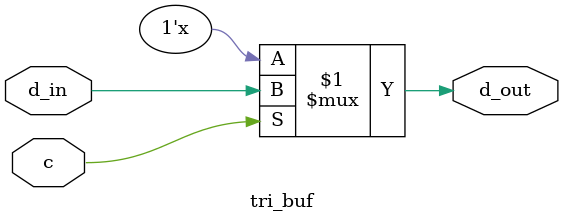
<source format=v>
module mux_tri (
    input i0, i1, i2, i3, s0, s1, e,
    output y
);
    wire [3:0] w;
    decoder2x4 m1(
        .in({s1,s0}),
        .enable(e),
        .out(w)
    );

    tri_buf a0 (i0, w[0], y);
    tri_buf a1 (i1, w[1], y);
    tri_buf a2 (i2, w[2], y);
    tri_buf a3 (i3, w[3], y);
    
endmodule

module decoder2x4(
    input [1:0] in,
    input enable,
    output [3:0] out
);
    assign out[0] = enable & ~in[0] & ~in[1];
    assign out[1] = enable &  in[0] & ~in[1];
    assign out[2] = enable & ~in[0] &  in[1];
    assign out[3] = enable &  in[0] &  in[1];
    
endmodule

module tri_buf (
    input d_in,
    input c,
    output d_out
);
    assign d_out = c ? d_in : 1'bz;
    
endmodule
</source>
